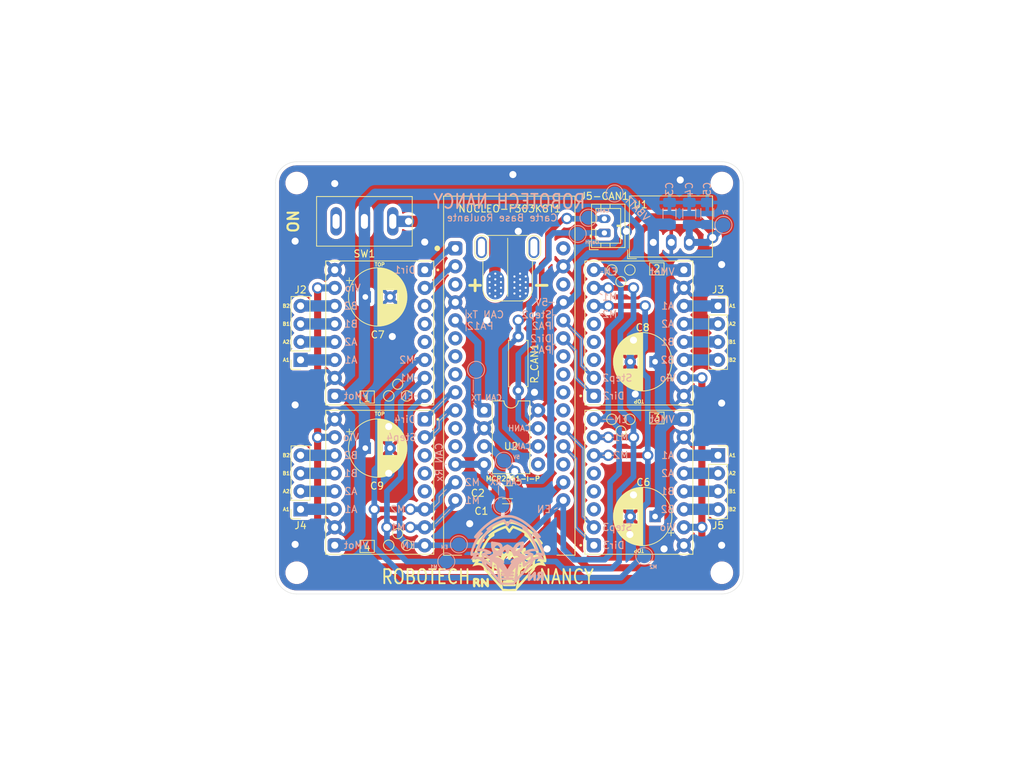
<source format=kicad_pcb>
(kicad_pcb (version 20211014) (generator pcbnew)
  (layers (0 "F.Cu" signal) (31 "B.Cu" signal) (34 "B.Paste" user) (35 "F.Paste" user) (36 "B.SilkS" user "B.Silkscreen") (37 "F.SilkS" user "F.Silkscreen") (38 "B.Mask" user) (39 "F.Mask" user) (44 "Edge.Cuts" user))
  (net 0 "")
  (net 1 "+BATT")
  (net 2 "GND")
  (net 3 "M2")
  (net 4 "M1")
  (net 5 "EN")
  (net 6 "CAN_Rx")
  (net 7 "CAN_Tx")
  (net 8 "+5V")
  (net 9 "Vio")
  (net 10 "Dir2")
  (net 11 "Dir1")
  (net 12 "Dir0")
  (net 13 "Stp3")
  (net 14 "Stp2")
  (net 15 "Stp1")
  (net 16 "Stp0")
  (net 17 "Dir3")
  (net 18 "Net-(J1-Pad1)")
  (net 19 "Net-(Driver1-Pad3)")
  (net 20 "Net-(Driver1-Pad4)")
  (net 21 "Net-(Driver1-Pad5)")
  (net 22 "Net-(Driver1-Pad6)")
  (net 23 "Net-(Driver2-Pad3)")
  (net 24 "Net-(Driver2-Pad4)")
  (net 25 "Net-(Driver2-Pad5)")
  (net 26 "Net-(Driver2-Pad6)")
  (net 27 "Net-(Driver3-Pad3)")
  (net 28 "Net-(Driver3-Pad5)")
  (net 29 "Net-(Driver4-Pad3)")
  (net 30 "Net-(Driver4-Pad4)")
  (net 31 "Net-(Driver4-Pad5)")
  (net 32 "Net-(Driver4-Pad6)")
  (net 54 "Net-(Driver3-Pad4)")
  (net 55 "Net-(Driver3-Pad6)")
  (net 62 "Net-(J5-CAN1-Pad1)")
  (net 63 "Net-(J5-CAN1-Pad2)")
  (footprint "NUCLEO-F303K8:MODULE_NUCLEO-F303K8" (layer "F.Cu") (at 111.2515 93.726)
    (fp_text reference "NUCLEO-F303K8T1")
    (fp_text value "NUCLEO-F303K8")
  )
  (footprint "Connector_PinSocket_2.54mm:PinSocket_1x04_P2.54mm_Vertical" (layer "F.Cu") (at 81.788 91.694 180)
    (fp_text reference "J2")
    (fp_text value "Conn_01x04_Female")
  )
  (footprint "Connector_PinSocket_2.54mm:PinSocket_1x04_P2.54mm_Vertical" (layer "F.Cu") (at 140.716 84.074)
    (fp_text reference "J3")
    (fp_text value "Conn_01x04_Female")
  )
  (footprint "Connector_PinSocket_2.54mm:PinSocket_1x04_P2.54mm_Vertical" (layer "F.Cu") (at 140.716 105.156)
    (fp_text reference "J5")
    (fp_text value "Conn_01x04_Female")
  )
  (footprint "Connector_PinSocket_2.54mm:PinSocket_1x04_P2.54mm_Vertical" (layer "F.Cu") (at 81.788 112.776 180)
    (fp_text reference "J4")
    (fp_text value "Conn_01x04_Female")
  )
  (footprint "Autre:MODULE_TMC2208_SILENTSTEPSTICK" (layer "F.Cu") (at 92.964 87.884)
    (fp_text reference "Driver1" hide)
    (fp_text value "TMC2208")
  )
  (footprint "Autre:MODULE_TMC2208_SILENTSTEPSTICK" (layer "F.Cu") (at 129.54 87.884 180)
    (fp_text reference "Driver2" hide)
    (fp_text value "TMC2208")
  )
  (footprint "Autre:MODULE_TMC2208_SILENTSTEPSTICK" (layer "F.Cu") (at 129.54 108.966 180)
    (fp_text reference "Driver4" hide)
    (fp_text value "TMC2208")
  )
  (footprint "Autre:MODULE_TMC2208_SILENTSTEPSTICK" (layer "F.Cu") (at 92.964 108.966)
    (fp_text reference "Driver3" hide)
    (fp_text value "TMC2208")
  )
  (footprint "Converter_DCDC:Converter_DCDC_RECOM_R-78E-0.5_THT" (layer "F.Cu") (at 131.5715 75.1055)
    (fp_text reference "U1")
    (fp_text value "R-78E5.0-0.5")
  )
  (footprint "Connecteurs:Switch_3_Pin" (layer "F.Cu") (at 90.8045 72.136 180)
    (fp_text reference "SW1")
    (fp_text value "SW_Push_SPDT")
  )
  (footprint "Connecteurs:Alim_Cablée_2_fils" (layer "F.Cu") (at 111.0255 81.115301)
    (fp_text reference "J1" hide)
    (fp_text value "Conn_01x04_Male")
  )
  (footprint "MountingHole:MountingHole_2.2mm_M2_ISO7380" (layer "F.Cu") (at 81.2515 66.726)
    (fp_text reference "H2" hide)
    (fp_text value "MountingHole")
  )
  (footprint "MountingHole:MountingHole_2.2mm_M2_ISO7380" (layer "F.Cu") (at 141.2515 66.726)
    (fp_text reference "H1" hide)
    (fp_text value "MountingHole")
  )
  (footprint "MountingHole:MountingHole_2.2mm_M2_ISO7380" (layer "F.Cu") (at 141.2515 121.726)
    (fp_text reference "H4" hide)
    (fp_text value "MountingHole")
  )
  (footprint "MountingHole:MountingHole_2.2mm_M2_ISO7380" (layer "F.Cu") (at 81.2515 121.726)
    (fp_text reference "H3" hide)
    (fp_text value "MountingHole")
  )
  (footprint "Logos:logoRobotechNancy10x10" (layer "F.Cu") (at 111.2515 119.253)
    (fp_text reference "G***" hide)
    (fp_text value "LOGO" hide)
  )
  (footprint "Resistor_THT:R_Axial_DIN0207_L6.3mm_D2.5mm_P7.62mm_Horizontal" (layer "F.Cu") (at 112.5215 96.012 90)
    (fp_text reference "R_CAN1")
    (fp_text value "R")
  )
  (footprint "Capacitor_THT:CP_Radial_D8.0mm_P3.50mm" (layer "F.Cu") (at 131.8255 91.948 180)
    (fp_text reference "C8")
    (fp_text value "220 à 1000 µF")
  )
  (footprint "Capacitor_THT:CP_Radial_D8.0mm_P3.50mm" (layer "F.Cu") (at 131.8255 113.792 180)
    (fp_text reference "C6")
    (fp_text value "220 à 1000 µF")
  )
  (footprint "Capacitor_THT:CP_Radial_D8.0mm_P3.50mm" (layer "F.Cu") (at 90.9315 104.14)
    (fp_text reference "C9")
    (fp_text value "220 à 1000 µF")
  )
  (footprint "Capacitor_SMD:C_1206_3216Metric_Pad1.33x1.80mm_HandSolder" (layer "F.Cu") (at 110.9975 110.363 180)
    (fp_text reference "C2")
    (fp_text value "100pF")
  )
  (footprint "Connector_JST:JST_PH_B2B-PH-K_1x02_P2.00mm_Vertical" (layer "F.Cu") (at 124.6715 73.771 90)
    (fp_text reference "J5-CAN1")
    (fp_text value "Conn_01x02_Female")
  )
  (footprint "Capacitor_THT:CP_Radial_D8.0mm_P3.50mm" (layer "F.Cu") (at 90.9315 82.804)
    (fp_text reference "C7")
    (fp_text value "220 à 1000 µF")
  )
  (footprint "Package_DIP:DIP-8_W7.62mm" (layer "F.Cu") (at 107.6955 98.806)
    (fp_text reference "U2")
    (fp_text value "MCP2551-I-P")
  )
  (footprint "Capacitor_SMD:C_1206_3216Metric_Pad1.33x1.80mm_HandSolder" (layer "F.Cu") (at 110.9975 112.903 180)
    (fp_text reference "C1")
    (fp_text value "100nF")
  )
  (footprint "Logos:logoRobotechNancy10x10" (layer "B.Cu") (at 110.9975 118.364 180)
    (fp_text reference "G***" hide)
    (fp_text value "LOGO" hide)
  )
  (footprint "TestPoint:TestPoint_Pad_D2.0mm" (layer "B.Cu") (at 106.5525 93.091 180)
    (fp_text reference "TP5" hide)
    (fp_text value "TestPoint")
  )
  (footprint "TestPoint:TestPoint_Pad_D2.0mm" (layer "B.Cu") (at 104.1395 117.729 180)
    (fp_text reference "TP9" hide)
    (fp_text value "TestPoint")
  )
  (footprint "TestPoint:TestPoint_Pad_D2.0mm" (layer "B.Cu") (at 130.3015 119.38 180)
    (fp_text reference "TP7" hide)
    (fp_text value "TestPoint")
  )
  (footprint "Capacitor_SMD:C_1206_3216Metric_Pad1.33x1.80mm_HandSolder" (layer "B.Cu") (at 136.6515 71.0315 90)
    (fp_text reference "C4")
    (fp_text value "10u")
  )
  (footprint "TestPoint:TestPoint_Pad_D2.0mm" (layer "B.Cu") (at 102.3615 120.142 180)
    (fp_text reference "TP8" hide)
    (fp_text value "TestPoint")
  )
  (footprint "Capacitor_SMD:C_1206_3216Metric_Pad1.33x1.80mm_HandSolder" (layer "B.Cu") (at 139.1915 71.0315 90)
    (fp_text reference "C5")
    (fp_text value "100n")
  )
  (footprint "TestPoint:TestPoint_Pad_D2.0mm" (layer "B.Cu") (at 110.4895 105.918 180)
    (fp_text reference "REF**" hide)
    (fp_text value "TestPoint_Pad_D2.0mm")
  )
  (footprint "TestPoint:TestPoint_Pad_D2.0mm" (layer "B.Cu") (at 126.1105 68.199 180)
    (fp_text reference "TP2" hide)
    (fp_text value "TestPoint")
  )
  (footprint "TestPoint:TestPoint_Pad_D2.0mm" (layer "B.Cu") (at 141.4775 72.644 180)
    (fp_text reference "TP1" hide)
    (fp_text value "TestPoint")
  )
  (footprint "TestPoint:TestPoint_Pad_D2.0mm" (layer "B.Cu") (at 120.9035 73.914 -90)
    (fp_text reference "TP3" hide)
    (fp_text value "TestPoint")
  )
  (footprint "TestPoint:TestPoint_Pad_D2.0mm" (layer "B.Cu") (at 110.2355 112.268 180)
    (fp_text reference "TP6" hide)
    (fp_text value "TestPoint")
  )
  (footprint "TestPoint:TestPoint_Pad_D2.0mm" (layer "B.Cu") (at 122.4275 71.628 -90)
    (fp_text reference "TP4" hide)
    (fp_text value "TestPoint")
  )
  (footprint "Capacitor_SMD:C_1206_3216Metric_Pad1.33x1.80mm_HandSolder" (layer "B.Cu") (at 133.8575 71.0315 90)
    (fp_text reference "C3")
    (fp_text value "10u")
  )
  (gr_line (start 98.18456 94.232537) (end 97.8403 94.234) (layer "B.SilkS") (width 0.12))
  (gr_line (start 98.170212 96.7721) (end 97.7895 96.774) (layer "B.SilkS") (width 0.12))
  (gr_line (start 121.6655 104.14) (end 121.6655 113.792) (layer "B.SilkS") (width 0.12))
  (gr_line (start 121.4115 88.646) (end 119.8875 87.122) (layer "B.SilkS") (width 0.12))
  (gr_line (start 119.8875 89.662) (end 120.6495 90.424) (layer "B.SilkS") (width 0.12))
  (gr_line (start 106.1715 97.663) (end 106.5525 98.044) (layer "B.SilkS") (width 0.12))
  (gr_line (start 105.1555 84.6074) (end 105.1555 87.6046) (layer "B.SilkS") (width 0.12))
  (gr_line (start 121.6655 113.792) (end 122.1735 114.3) (layer "B.SilkS") (width 0.12))
  (gr_line (start 102.3615 109.982) (end 101.3455 110.998) (layer "B.SilkS") (width 0.12))
  (gr_line (start 109.7275 110.744) (end 109.7275 109.474) (layer "B.SilkS") (width 0.12))
  (gr_line (start 109.2195 108.204) (end 108.2035 107.442) (layer "B.SilkS") (width 0.12))
  (gr_line (start 117.3475 88.0364) (end 117.3475 90.932) (layer "B.SilkS") (width 0.12))
  (gr_line (start 102.1075 106.426) (end 102.3615 106.426) (layer "B.SilkS") (width 0.12))
  (gr_line (start 102.8695 112.776) (end 100.8375 114.808) (layer "B.SilkS") (width 0.12))
  (gr_line (start 119.8875 102.362) (end 121.6655 104.14) (layer "B.SilkS") (width 0.12))
  (gr_line (start 125.9835 105.156) (end 124.4595 105.156) (layer "B.SilkS") (width 0.12))
  (gr_line (start 120.6495 115.316) (end 120.6495 105.664) (layer "B.SilkS") (width 0.12))
  (gr_line (start 122.1735 93.218) (end 121.4115 92.456) (layer "B.SilkS") (width 0.12))
  (gr_line (start 101.3455 100.33) (end 101.3455 101.346) (layer "B.SilkS") (width 0.12))
  (gr_line (start 116.8395 83.566) (end 117.6015 83.566) (layer "B.SilkS") (width 0.12))
  (gr_line (start 124.4595 79.248) (end 124.2309 79.248) (layer "B.SilkS") (width 0.12))
  (gr_line (start 120.6495 90.424) (end 120.6495 94.234) (layer "B.SilkS") (width 0.12))
  (gr_line (start 106.1715 94.488) (end 106.1715 96.266) (layer "B.SilkS") (width 0.12))
  (gr_line (start 120.6495 105.664) (end 119.8875 104.902) (layer "B.SilkS") (width 0.12))
  (gr_line (start 101.3455 111.76) (end 100.5835 112.522) (layer "B.SilkS") (width 0.12))
  (gr_line (start 121.4115 92.456) (end 121.4115 88.646) (layer "B.SilkS") (width 0.12))
  (gr_line (start 98.0435 91.694) (end 97.7895 91.694) (layer "B.SilkS") (width 0.12))
  (gr_line (start 117.3475 87.2744) (end 117.3475 84.5312) (layer "B.SilkS") (width 0.12))
  (gr_line (start 101.3455 110.998) (end 101.3455 111.76) (layer "B.SilkS") (width 0.12))
  (gr_line (start 117.3475 85.344) (end 117.8555 85.344) (layer "B.SilkS") (width 0.12))
  (gr_line (start 102.6155 79.502) (end 100.5835 81.534) (layer "B.SilkS") (width 0.12))
  (gr_line (start 125.9835 102.616) (end 124.4595 102.616) (layer "B.SilkS") (width 0.12))
  (gr_line (start 102.3615 99.314) (end 101.3455 100.33) (layer "B.SilkS") (width 0.12))
  (gr_line (start 102.3615 76.962) (end 100.5835 78.74) (layer "B.SilkS") (width 0.12))
  (gr_line (start 124.4595 85.344) (end 123.9515 85.09) (layer "B.SilkS") (width 0.12))
  (gr_line (start 125.9835 100.076) (end 124.4595 100.076) (layer "B.SilkS") (width 0.12))
  (gr_line (start 121.9195 116.586) (end 120.6495 115.316) (layer "B.SilkS") (width 0.12))
  (gr_line (start 124.3579 82.4992) (end 124.0023 82.296) (layer "B.SilkS") (width 0.12))
  (gr_line (start 100.3295 99.06) (end 102.3615 97.028) (layer "B.SilkS") (width 0.12))
  (gr_line (start 101.3455 101.346) (end 100.5835 102.108) (layer "B.SilkS") (width 0.12))
  (gr_line (start 120.6495 94.234) (end 122.1735 95.758) (layer "B.SilkS") (width 0.12))
  (gr_line (start 117.3475 89.4842) (end 117.8047 89.4842) (layer "B.SilkS") (width 0.12))
  (gr_line (start 118.0079 112.5728) (end 117.6015 112.776) (layer "B.SilkS") (width 0.12))
  (gr_line (start 133.0955 100.711) (end 133.0955 99.06) (layer "F.SilkS") (width 0.12))
  (gr_line (start 131.0635 99.06) (end 133.0955 99.06) (layer "F.SilkS") (width 0.12))
  (gr_line (start 90.1695 96.0755) (end 90.1695 97.79) (layer "F.SilkS") (width 0.12))
  (gr_line (start 90.1695 117.1575) (end 92.2015 117.1575) (layer "F.SilkS") (width 0.12))
  (gr_line (start 92.2015 97.79) (end 92.2015 96.0755) (layer "F.SilkS") (width 0.12))
  (gr_line (start 131.0635 100.711) (end 133.0955 100.711) (layer "F.SilkS") (width 0.12))
  (gr_line (start 90.1695 117.1575) (end 90.1695 118.872) (layer "F.SilkS") (width 0.12))
  (gr_line (start 90.1695 96.0755) (end 92.2015 96.0755) (layer "F.SilkS") (width 0.12))
  (gr_line (start 131.0635 77.978) (end 131.0635 79.6925) (layer "F.SilkS") (width 0.12))
  (gr_line (start 92.2015 118.872) (end 90.1695 118.872) (layer "F.SilkS") (width 0.12))
  (gr_line (start 131.0635 99.06) (end 131.0635 100.711) (layer "F.SilkS") (width 0.12))
  (gr_line (start 133.0955 79.6925) (end 133.0955 77.978) (layer "F.SilkS") (width 0.12))
  (gr_line (start 131.0635 77.978) (end 133.0955 77.978) (layer "F.SilkS") (width 0.12))
  (gr_line (start 131.0635 79.6925) (end 133.0955 79.6925) (layer "F.SilkS") (width 0.12))
  (gr_line (start 92.2015 118.872) (end 92.2015 117.1575) (layer "F.SilkS") (width 0.12))
  (gr_line (start 92.2015 97.79) (end 90.1695 97.79) (layer "F.SilkS") (width 0.12))
  (gr_line (start 78.2515 121.726) (end 78.2515 66.726) (layer "Edge.Cuts") (width 0.05))
  (gr_line (start 81.2515 124.726) (end 141.2515 124.726) (layer "Edge.Cuts") (width 0.05))
  (gr_line (start 144.2515 121.726) (end 144.2515 66.726) (layer "Edge.Cuts") (width 0.05))
  (gr_line (start 141.2515 63.726) (end 81.2515 63.726) (layer "Edge.Cuts") (width 0.05))
  (gr_arc (start 81.2515 124.726) (mid 79.13018 123.84732) (end 78.2515 121.726) (layer "Edge.Cuts") (width 0.05))
  (gr_arc (start 141.2515 63.726) (mid 143.37282 64.60468) (end 144.2515 66.726) (layer "Edge.Cuts") (width 0.05))
  (gr_arc (start 78.2515 66.726) (mid 79.13018 64.60468) (end 81.2515 63.726) (layer "Edge.Cuts") (width 0.05))
  (gr_arc (start 144.2515 121.726) (mid 143.37282 123.84732) (end 141.2515 124.726) (layer "Edge.Cuts") (width 0.05))
  (gr_text "B1" (at 133.6035 110.236) (layer "B.SilkS") (effects (font (size 1 1)) (justify mirror)))
  (gr_text "A1\n" (at 133.6035 105.156) (layer "B.SilkS") (effects (font (size 1 1)) (justify mirror)))
  (gr_text "A2" (at 133.6035 107.696) (layer "B.SilkS") (effects (font (size 1 1)) (justify mirror)))
  (gr_text "B2" (at 133.6035 112.776) (layer "B.SilkS") (effects (font (size 1 1)) (justify mirror)))
  (gr_text "A2" (at 88.8995 110.236) (layer "B.SilkS") (effects (font (size 1 1)) (justify mirror)))
  (gr_text "B2" (at 88.8995 105.156) (layer "B.SilkS") (effects (font (size 1 1)) (justify mirror)))
  (gr_text "B1" (at 88.8995 107.696) (layer "B.SilkS") (effects (font (size 1 1)) (justify mirror)))
  (gr_text "A1\n" (at 88.8995 112.776) (layer "B.SilkS") (effects (font (size 1 1)) (justify mirror)))
  (gr_text "A2" (at 88.8995 89.154) (layer "B.SilkS") (effects (font (size 1 1)) (justify mirror)))
  (gr_text "A1\n" (at 88.8995 91.694) (layer "B.SilkS") (effects (font (size 1 1)) (justify mirror)))
  (gr_text "B1" (at 88.8995 86.614) (layer "B.SilkS") (effects (font (size 1 1)) (justify mirror)))
  (gr_text "B2" (at 88.8995 84.074) (layer "B.SilkS") (effects (font (size 1 1)) (justify mirror)))
  (gr_text "M2" (at 95.5035 112.776) (layer "B.SilkS") (effects (font (size 1 1)) (justify mirror)))
  (gr_text "M1" (at 95.5035 115.316) (layer "B.SilkS") (effects (font (size 1 1)) (justify mirror)))
  (gr_text "EN" (at 97.0275 117.856) (layer "B.SilkS") (effects (font (size 1 1)) (justify mirror)))
  (gr_text "Vio" (at 89.1535 81.534) (layer "B.SilkS") (effects (font (size 1 1)) (justify mirror)))
  (gr_text "Vio" (at 133.6035 94.234) (layer "B.SilkS") (effects (font (size 1 1)) (justify mirror)))
  (gr_text "Vio" (at 133.6035 115.316) (layer "B.SilkS") (effects (font (size 1 1)) (justify mirror)))
  (gr_text "M2" (at 126.9995 105.156) (layer "B.SilkS") (effects (font (size 1 1)) (justify mirror)))
  (gr_text "M1" (at 126.9995 102.616) (layer "B.SilkS") (effects (font (size 1 1)) (justify mirror)))
  (gr_text "EN" (at 126.9995 100.076) (layer "B.SilkS") (effects (font (size 1 1)) (justify mirror)))
  (gr_text "M1" (at 125.4247 82.804) (layer "B.SilkS") (effects (font (size 1 1)) (justify mirror)))
  (gr_text "EN" (at 125.5263 79.248) (layer "B.SilkS") (effects (font (size 1 1)) (justify mirror)))
  (gr_text "M2" (at 125.4247 85.2424) (layer "B.SilkS") (effects (font (size 1 1)) (justify mirror)))
  (gr_text "VMot" (at 132.8415 100.076) (layer "B.SilkS") (effects (font (size 1 1)) (justify mirror)))
  (gr_text "VMot" (at 89.6615 117.856) (layer "B.SilkS") (effects (font (size 1 1)) (justify mirror)))
  (gr_text "VMot" (at 89.6615 96.774) (layer "B.SilkS") (effects (font (size 1 1)) (justify mirror)))
  (gr_text "Dir4" (at 96.5195 100.076) (layer "B.SilkS") (effects (font (size 1 1)) (justify mirror)))
  (gr_text "EN" (at 102.1075 118.11) (layer "B.SilkS") (effects (font (size 0.5 0.5) (thickness 0.125)) (justify mirror)))
  (gr_text "Step3" (at 126.4915 115.316) (layer "B.SilkS") (effects (font (size 1 1)) (justify mirror)))
  (gr_text "CAN TX" (at 105.7905 97.028) (layer "B.SilkS") (effects (font (size 0.8 0.8)) (justify right mirror)))
  (gr_text "5V" (at 141.7315 70.866) (layer "B.SilkS") (effects (font (size 0.5 0.5) (thickness 0.125)) (justify mirror)))
  (gr_text "M1" (at 100.5835 120.904) (layer "B.SilkS") (effects (font (size 0.5 0.5) (thickness 0.125)) (justify mirror)))
  (gr_text "Dir2\nPA7" (at 117.3475 89.4842) (layer "B.SilkS") (effects (font (size 1 1)) (justify left mirror)))
  (gr_text "B1" (at 133.6035 89.154) (layer "B.SilkS") (effects (font (size 1 1)) (justify mirror)))
  (gr_text "B2" (at 133.6035 91.694) (layer "B.SilkS") (effects (font (size 1 1)) (justify mirror)))
  (gr_text "5V" (at 116.8395 83.566) (layer "B.SilkS") (effects (font (size 1 1)) (justify left mirror)))
  (gr_text "EN" (at 96.7735 96.774) (layer "B.SilkS") (effects (font (size 1 1)) (justify mirror)))
  (gr_text "ROBOTECH NANCY" (at 111.2515 69.342) (layer "B.SilkS") (effects (font (size 2 1.6) (thickness 0.25)) (justify mirror)))
  (gr_text "CanH" (at 122.9355 75.057) (layer "B.SilkS") (effects (font (size 0.5 0.5) (thickness 0.125)) (justify mirror)))
  (gr_text "5V" (at 112.2675 105.41) (layer "B.SilkS") (effects (font (size 0.5 0.5) (thickness 0.125)) (justify mirror)))
  (gr_text "Dir1" (at 96.5195 78.994) (layer "B.SilkS") (effects (font (size 1 1)) (justify mirror)))
  (gr_text "Step4" (at 96.0115 102.616) (layer "B.SilkS") (effects (font (size 1 1)) (justify mirror)))
  (gr_text "M1" (at 104.9015 111.506) (layer "B.SilkS") (effects (font (size 1 1)) (justify right mirror)))
  (gr_text "M2" (at 104.9015 108.966) (layer "B.SilkS") (effects (font (size 1 1)) (justify right mirror)))
  (gr_text "EN" (at 115.0615 112.776) (layer "B.SilkS") (effects (font (size 1 1)) (justify right mirror)))
  (gr_text "Vio" (at 88.8995 102.616) (layer "B.SilkS") (effects (font (size 1 1)) (justify mirror)))
  (gr_text "Step2\n" (at 126.4915 94.234) (layer "B.SilkS") (effects (font (size 1 1)) (justify mirror)))
  (gr_text "A1\n" (at 133.6035 84.074) (layer "B.SilkS") (effects (font (size 1 1)) (justify mirror)))
  (gr_text "M2" (at 131.5715 120.904) (layer "B.SilkS") (effects (font (size 0.5 0.5) (thickness 0.125)) (justify mirror)))
  (gr_text "VMot" (at 132.8415 79.248) (layer "B.SilkS") (effects (font (size 1 1)) (justify mirror)))
  (gr_text "CanL" (at 124.4595 70.612) (layer "B.SilkS") (effects (font (size 0.5 0.5) (thickness 0.125)) (justify mirror)))
  (gr_text "CANH" (at 110.9975 101.346) (layer "B.SilkS") (effects (font (size 0.8 0.8)) (justify right mirror)))
  (gr_text "Dir3" (at 125.9835 117.856) (layer "B.SilkS") (effects (font (size 1 1)) (justify mirror)))
  (gr_text "M2" (at 96.7735 91.694) (layer "B.SilkS") (effects (font (size 1 1)) (justify mirror)))
  (gr_text "Carte Base Roulante" (at 110.2355 71.628) (layer "B.SilkS") (effects (font (size 1 1)) (justify mirror)))
  (gr_text "CAN Tx\nPA12" (at 105.1555 86.106) (layer "B.SilkS") (effects (font (size 1 1)) (justify right mirror)))
  (gr_text "CAN RX" (at 108.4575 108.966) (layer "B.SilkS") (effects (font (size 0.8 0.8)) (justify right mirror)))
  (gr_text "Step2\nPA2" (at 117.3475 86.106) (layer "B.SilkS") (effects (font (size 1 1)) (justify left mirror)))
  (gr_text "Dir2\n" (at 125.9835 96.774) (layer "B.SilkS") (effects (font (size 1 1)) (justify mirror)))
  (gr_text "CANL" (at 111.2515 103.886) (layer "B.SilkS") (effects (font (size 0.8 0.8)) (justify right mirror)))
  (gr_text "M1" (at 96.7735 94.234) (layer "B.SilkS") (effects (font (size 1 1)) (justify mirror)))
  (gr_text "CAN_Rx" (at 101.3455 108.966 90) (layer "B.SilkS") (effects (font (size 1 1)) (justify right mirror)))
  (gr_text "VBATT" (at 129.2855 70.358 -45) (layer "B.SilkS") (effects (font (size 1 1)) (justify mirror)))
  (gr_text "A2" (at 133.6035 86.614) (layer "B.SilkS") (effects (font (size 1 1)) (justify mirror)))
  (gr_text "B1" (at 142.7515 89.154) (layer "F.SilkS") (effects (font (size 0.5 0.5) (thickness 0.125))))
  (gr_text "B2" (at 142.7515 91.694) (layer "F.SilkS") (effects (font (size 0.5 0.5) (thickness 0.125))))
  (gr_text "A1" (at 142.7475 84.074) (layer "F.SilkS") (effects (font (size 0.5 0.5) (thickness 0.125))))
  (gr_text "A2" (at 142.7475 86.614) (layer "F.SilkS") (effects (font (size 0.5 0.5) (thickness 0.125))))
  (gr_text "B2" (at 142.7515 112.776) (layer "F.SilkS") (effects (font (size 0.5 0.5) (thickness 0.125))))
  (gr_text "A1" (at 142.7475 105.156) (layer "F.SilkS") (effects (font (size 0.5 0.5) (thickness 0.125))))
  (gr_text "B1" (at 142.7515 110.236) (layer "F.SilkS") (effects (font (size 0.5 0.5) (thickness 0.125))))
  (gr_text "A2" (at 142.7475 107.696) (layer "F.SilkS") (effects (font (size 0.5 0.5) (thickness 0.125))))
  (gr_text "A2" (at 79.7555 110.236) (layer "F.SilkS") (effects (font (size 0.5 0.5) (thickness 0.125))))
  (gr_text "A1" (at 79.7555 112.776) (layer "F.SilkS") (effects (font (size 0.5 0.5) (thickness 0.125))))
  (gr_text "B1" (at 79.7555 107.696) (layer "F.SilkS") (effects (font (size 0.5 0.5) (thickness 0.125))))
  (gr_text "B2" (at 79.7555 105.156) (layer "F.SilkS") (effects (font (size 0.5 0.5) (thickness 0.125))))
  (gr_text "A1" (at 79.7555 91.694) (layer "F.SilkS") (effects (font (size 0.5 0.5) (thickness 0.125))))
  (gr_text "B1" (at 79.7555 86.614) (layer "F.SilkS") (effects (font (size 0.5 0.5) (thickness 0.125))))
  (gr_text "A2" (at 79.7555 89.154) (layer "F.SilkS") (effects (font (size 0.5 0.5) (thickness 0.125))))
  (gr_text "B2" (at 79.7555 84.074) (layer "F.SilkS") (effects (font (size 0.5 0.5) (thickness 0.125))))
  (gr_text "2" (at 132.0795 78.8035) (layer "F.SilkS") (effects (font (size 1 1))))
  (gr_text "+" (at 106.4255 81.026) (layer "F.SilkS") (effects (font (size 2 2) (thickness 0.4))))
  (gr_text "-" (at 115.8235 81.026) (layer "F.SilkS") (effects (font (size 2 2) (thickness 0.4))))
  (gr_text "3" (at 132.0795 99.822) (layer "F.SilkS") (effects (font (size 1 1))))
  (gr_text "4" (at 91.1855 118.1735) (layer "F.SilkS") (effects (font (size 1 1))))
  (gr_text "1" (at 91.1855 97.0915) (layer "F.SilkS") (effects (font (size 1 1))))
  (gr_text "ON" (at 80.7715 72.136 90) (layer "F.SilkS") (effects (font (size 1.5 1.5) (thickness 0.3))))
  (gr_text "ROBOTECH        NANCY" (at 108.2035 122.301) (layer "F.SilkS") (effects (font (size 2 1.6) (thickness 0.25))))
  (segment (start 132.5875 79.756) (end 132.5875 91.186) (width 1.6) (layer "B.Cu") (net 1))
  (segment (start 132.5875 113.03) (end 131.8255 113.792) (width 1.6) (layer "B.Cu") (net 1))
  (segment (start 133.3495 78.994) (end 132.5875 79.756) (width 1.6) (layer "B.Cu") (net 1))
  (segment (start 90.8045 94.488) (end 88.5185 96.774) (width 1.6) (layer "B.Cu") (net 1))
  (segment (start 133.9845 100.076) (end 132.5875 101.473) (width 1.6) (layer "B.Cu") (net 1))
  (segment (start 131.5715 72.517) (end 131.5715 75.438) (width 1.6) (layer "B.Cu") (net 1))
  (segment (start 90.8045 72.136) (end 90.8045 69.85) (width 1.6) (layer "B.Cu") (net 1))
  (segment (start 88.6455 96.774) (end 90.8045 98.933) (width 1.6) (layer "B.Cu") (net 1))
  (segment (start 131.8255 91.948) (end 132.5875 92.71) (width 1.6) (layer "B.Cu") (net 1))
  (segment (start 131.5715 72.517) (end 133.7805 72.517) (width 1.6) (layer "B.Cu") (net 1))
  (segment (start 90.8045 98.933) (end 90.8045 104.013) (width 1.6) (layer "B.Cu") (net 1))
  (segment (start 132.5875 101.473) (end 132.5875 113.03) (width 1.6) (layer "B.Cu") (net 1))
  (segment (start 90.8045 72.136) (end 90.8045 94.488) (width 1.6) (layer "B.Cu") (net 1))
  (segment (start 133.7805 72.517) (end 133.8575 72.594) (width 1.6) (layer "B.Cu") (net 1))
  (segment (start 90.8045 104.013) (end 90.9315 104.14) (width 1.6) (layer "B.Cu") (net 1))
  (segment (start 134.3655 100.076) (end 135.89 100.076) (width 1.6) (layer "B.Cu") (net 1))
  (segment (start 90.1695 104.902) (end 90.1695 116.332) (width 1.6) (layer "B.Cu") (net 1))
  (segment (start 135.89 100.076) (end 133.9845 100.076) (width 1.6) (layer "B.Cu") (net 1))
  (segment (start 127.3805 68.326) (end 131.5715 72.517) (width 1.6) (layer "B.Cu") (net 1))
  (segment (start 135.89 78.994) (end 133.3495 78.994) (width 1.6) (layer "B.Cu") (net 1))
  (segment (start 131.5715 77.216) (end 133.4765 79.121) (width 1.6) (layer "B.Cu") (net 1))
  (segment (start 92.3285 68.326) (end 127.3805 68.326) (width 1.6) (layer "B.Cu") (net 1))
  (segment (start 132.5875 98.298) (end 134.3655 100.076) (width 1.6) (layer "B.Cu") (net 1))
  (segment (start 88.5185 96.774) (end 86.614 96.774) (width 1.6) (layer "B.Cu") (net 1))
  (segment (start 90.8045 69.85) (end 92.3285 68.326) (width 1.6) (layer "B.Cu") (net 1))
  (segment (start 132.5875 92.71) (end 132.5875 98.298) (width 1.6) (layer "B.Cu") (net 1))
  (segment (start 90.9315 104.14) (end 90.1695 104.902) (width 1.6) (layer "B.Cu") (net 1))
  (segment (start 131.5715 75.438) (end 131.5715 77.216) (width 1.6) (layer "B.Cu") (net 1))
  (segment (start 132.5875 91.186) (end 131.8255 91.948) (width 1.6) (layer "B.Cu") (net 1))
  (segment (start 90.1695 116.332) (end 88.6455 117.856) (width 1.6) (layer "B.Cu") (net 1))
  (segment (start 88.6455 117.856) (end 86.614 117.856) (width 1.6) (layer "B.Cu") (net 1))
  (via (at 111.9755 82.315301) (size 0.4) (drill 0.3) (layers "F.Cu" "B.Cu") (net 2))
  (via (at 113.5755 80.715301) (size 0.4) (drill 0.3) (layers "F.Cu" "B.Cu") (net 2))
  (via (at 113.5755 79.915301) (size 0.4) (drill 0.3) (layers "F.Cu" "B.Cu") (net 2))
  (via (at 111.9755 81.515301) (size 0.4) (drill 0.3) (layers "F.Cu" "B.Cu") (net 2))
  (via (at 112.7755 80.315301) (size 0.4) (drill 0.3) (layers "F.Cu" "B.Cu") (net 2))
  (via (at 111.9755 80.715301) (size 0.4) (drill 0.3) (layers "F.Cu" "B.Cu") (net 2))
  (via (at 112.7755 79.515301) (size 0.4) (drill 0.3) (layers "F.Cu" "B.Cu") (net 2))
  (via (at 111.9755 79.915301) (size 0.4) (drill 0.3) (layers "F.Cu" "B.Cu") (net 2))
  (via (at 113.5755 81.515301) (size 0.4) (drill 0.3) (layers "F.Cu" "B.Cu") (net 2))
  (via (at 112.7755 81.915301) (size 0.4) (drill 0.3) (layers "F.Cu" "B.Cu") (net 2))
  (via (at 113.5755 82.315301) (size 0.4) (drill 0.3) (layers "F.Cu" "B.Cu") (net 2))
  (via (at 112.7755 82.715301) (size 0.4) (drill 0.3) (layers "F.Cu" "B.Cu") (net 2))
  (via (at 86.6135 66.802) (size 1.6) (drill 1) (layers "F.Cu" "B.Cu") (net 2))
  (via (at 108.0765 86.106) (size 1.6) (drill 1) (layers "F.Cu" "B.Cu") (net 2))
  (via (at 129.0315 96.52) (size 1.6) (drill 1) (layers "F.Cu" "B.Cu") (net 2))
  (via (at 81.0255 74.93) (size 1.6) (drill 1) (layers "F.Cu" "B.Cu") (net 2))
  (via (at 128.7775 88.9) (size 1.6) (drill 1) (layers "F.Cu" "B.Cu") (net 2))
  (via (at 141.2235 117.856) (size 1.6) (drill 1) (layers "F.Cu" "B.Cu") (net 2))
  (via (at 112.5215 73.533) (size 1.6) (drill 1) (layers "F.Cu" "B.Cu") (net 2))
  (via (at 114.8075 96.266) (size 1.6) (drill 1) (layers "F.Cu" "B.Cu") (net 2))
  (via (at 128.7775 110.744) (size 1.6) (drill 1) (layers "F.Cu" "B.Cu") (net 2))
  (via (at 135.3815 66.294) (size 1.6) (drill 1) (layers "F.Cu" "B.Cu") (net 2))
  (via (at 81.0255 117.729) (size 1.6) (drill 1) (layers "F.Cu" "B.Cu") (net 2))
  (via (at 112.7755 81.115301) (size 0.4) (drill 0.3) (layers "F.Cu" "B.Cu") (net 2))
  (via (at 99.3135 75.057) (size 1.6) (drill 1) (layers "F.Cu" "B.Cu") (net 2))
  (via (at 105.6635 114.808) (size 1.6) (drill 1) (layers "F.Cu" "B.Cu") (net 2))
  (via (at 133.0955 118.364) (size 1.6) (drill 1) (layers "F.Cu" "B.Cu") (net 2))
  (via (at 141.2235 78.232) (size 1.6) (drill 1) (layers "F.Cu" "B.Cu") (net 2))
  (via (at 94.2335 107.696) (size 1.6) (drill 1) (layers "F.Cu" "B.Cu") (net 2))
  (via (at 94.2335 101.092) (size 1.6) (drill 1) (layers "F.Cu" "B.Cu") (net 2))
  (via (at 128.2695 116.332) (size 1.6) (drill 1) (layers "F.Cu" "B.Cu") (net 2))
  (via (at 94.7415 88.392) (size 1.6) (drill 1) (layers "F.Cu" "B.Cu") (net 2))
  (via (at 111.7595 65.532) (size 1.6) (drill 1) (layers "F.Cu" "B.Cu") (net 2))
  (via (at 81.0255 98.044) (size 1.6) (drill 1) (layers "F.Cu" "B.Cu") (net 2))
  (via (at 116.5855 118.364) (size 1.6) (drill 1) (layers "F.Cu" "B.Cu") (net 2))
  (via (at 141.2235 97.79) (size 1.6) (drill 1) (layers "F.Cu" "B.Cu") (net 2))
  (segment (start 94.2335 101.092) (end 94.2335 103.942) (width 1) (layer "B.Cu") (net 2))
  (segment (start 112.7755 80.315301) (end 112.7755 81.915301) (width 2.5) (layer "B.Cu") (net 2))
  (segment (start 128.7775 88.9) (end 128.3255 89.352) (width 1) (layer "B.Cu") (net 2))
  (segment (start 128.3255 89.352) (end 128.3255 91.948) (width 1) (layer "B.Cu") (net 2))
  (segment (start 129.0315 96.52) (end 128.3255 95.814) (width 1) (layer "B.Cu") (net 2))
  (segment (start 128.2695 113.848) (end 128.3255 113.792) (width 1) (layer "B.Cu") (net 2))
  (segment (start 94.2335 103.942) (end 94.4315 104.14) (width 1) (layer "B.Cu") (net 2))
  (segment (start 128.2695 111.252) (end 128.2695 113.736) (width 1) (layer "B.Cu") (net 2))
  (segment (start 128.2695 116.332) (end 128.2695 113.848) (width 1) (layer "B.Cu") (net 2))
  (segment (start 94.2335 107.696) (end 94.2335 104.338) (width 1) (layer "B.Cu") (net 2))
  (segment (start 128.7775 110.744) (end 128.2695 111.252) (width 1) (layer "B.Cu") (net 2))
  (segment (start 128.3255 95.814) (end 128.3255 91.948) (width 1) (layer "B.Cu") (net 2))
  (segment (start 128.2695 113.736) (end 128.3255 113.792) (width 1) (layer "B.Cu") (net 2))
  (segment (start 94.2335 104.338) (end 94.4315 104.14) (width 1) (layer "B.Cu") (net 2))
  (segment (start 130.788 105.156) (end 125.2215 105.156) (width 0.8) (layer "F.Cu") (net 3))
  (segment (start 125.2215 84.074) (end 130.4285 84.074) (width 0.8) (layer "F.Cu") (net 3))
  (segment (start 97.2815 112.776) (end 92.2015 112.776) (width 0.8) (layer "F.Cu") (net 3))
  (via (at 92.2015 112.776) (size 1.6) (drill 1) (layers "F.Cu" "B.Cu") (net 3))
  (via (at 130.788 105.156) (size 1.6) (drill 1) (layers "F.Cu" "B.Cu") (net 3))
  (via (at 125.2215 105.156) (size 1.6) (drill 1) (layers "F.Cu" "B.Cu") (net 3))
  (via (at 125.2215 84.074) (size 1.6) (drill 1) (layers "F.Cu" "B.Cu") (net 3))
  (via (at 97.2815 112.776) (size 1.6) (drill 1) (layers "F.Cu" "B.Cu") (net 3))
  (via (at 130.4285 84.074) (size 1.6) (drill 1) (layers "F.Cu" "B.Cu") (net 3))
  (segment (start 130.0475 119.38) (end 126.9995 122.428) (width 0.8) (layer "B.Cu") (net 3))
  (segment (start 100.20275 112.776) (end 99.314 112.776) (width 1) (layer "B.Cu") (net 3))
  (segment (start 96.5195 122.428) (end 92.2015 118.11) (width 0.8) (layer "B.Cu") (net 3))
  (segment (start 99.314 91.694) (end 98.2975 91.694) (width 0.8) (layer "B.Cu") (net 3))
  (segment (start 130.0475 93.472) (end 130.788 94.2125) (width 0.8) (layer "B.Cu") (net 3))
  (segment (start 101.3455 110.998) (end 101.3455 111.63325) (width 1) (layer "B.Cu") (net 3))
  (segment (start 92.7095 106.68) (end 92.2015 107.188) (width 0.8) (layer "B.Cu") (net 3))
  (segment (start 130.0475 112.570978) (end 130.0475 119.38) (width 0.8) (layer "B.Cu") (net 3))
  (segment (start 130.8095 105.1775) (end 130.8095 111.808978) (width 0.8) (layer "B.Cu") (net 3))
  (segment (start 123.19 105.156) (end 125.2215 105.156) (width 0.8) (layer "B.Cu") (net 3))
  (segment (start 99.314 112.776) (end 97.2815 112.776) (width 0.8) (layer "B.Cu") (net 3))
  (segment (start 130.8095 111.808978) (end 130.0475 112.570978) (width 0.8) (layer "B.Cu") (net 3))
  (segment (start 130.4285 90.043) (end 130.0475 90.424) (width 0.8) (layer "B.Cu") (net 3))
  (segment (start 92.2015 118.11) (end 92.2015 112.776) (width 0.8) (layer "B.Cu") (net 3))
  (segment (start 130.788 105.156) (end 130.8095 105.1775) (width 0.8) (layer "B.Cu") (net 3))
  (segment (start 98.2975 91.694) (end 92.7095 97.282) (width 0.8) (layer "B.Cu") (net 3))
  (segment (start 92.2015 107.188) (end 92.2015 112.776) (width 0.8) (layer "B.Cu") (net 3))
  (segment (start 130.788 94.2125) (end 130.788 105.156) (width 0.8) (layer "B.Cu") (net 3))
  (segment (start 126.9995 122.428) (end 96.5195 122.428) (width 0.8) (layer "B.Cu") (net 3))
  (segment (start 103.6315 108.966) (end 103.3775 108.966) (width 1) (layer "B.Cu") (net 3))
  (segment (start 123.19 84.074) (end 125.2215 84.074) (width 0.8) (layer "B.Cu") (net 3))
  (segment (start 101.3455 111.63325) (end 100.20275 112.776) (width 1) (layer "B.Cu") (net 3))
  (segment (start 130.4285 84.074) (end 130.4285 90.043) (width 0.8) (layer "B.Cu") (net 3))
  (segment (start 130.0475 90.424) (end 130.0475 93.472) (width 0.8) (layer "B.Cu") (net 3))
  (segment (start 103.3775 108.966) (end 101.3455 110.998) (width 1) (layer "B.Cu") (net 3))
  (segment (start 92.7095 97.282) (end 92.7095 106.68) (width 0.8) (layer "B.Cu") (net 3))
  (segment (start 128.7775 81.534) (end 125.2215 81.534) (width 0.8) (layer "F.Cu") (net 4))
  (segment (start 128.7775 102.616) (end 125.2215 102.616) (width 0.8) (layer "F.Cu") (net 4))
  (segment (start 93.9795 115.316) (end 97.2815 115.316) (width 0.8) (layer "F.Cu") (net 4))
  (via (at 93.9795 115.316) (size 1.6) (drill 1) (layers "F.Cu" "B.Cu") (net 4))
  (via (at 97.2815 115.316) (size 1.6) (drill 1) (layers "F.Cu" "B.Cu") (net 4))
  (via (at 128.7775 81.534) (size 1.6) (drill 1) (layers "F.Cu" "B.Cu") (net 4))
  (via (at 125.2215 102.616) (size 1.6) (drill 1) (layers "F.Cu" "B.Cu") (net 4))
  (via (at 128.7775 102.616) (size 1.6) (drill 1) (layers "F.Cu" "B.Cu") (net 4))
  (via (at 125.2215 81.534) (size 1.6) (drill 1) (layers "F.Cu" "B.Cu") (net 4))
  (segment (start 93.9795 115.316) (end 93.9795 117.348) (width 0.8) (layer "B.Cu") (net 4))
  (segment (start 126.7455 110.236) (end 128.7775 108.204) (width 0.8) (layer "B.Cu") (net 4))
  (segment (start 93.9795 117.348) (end 96.7735 120.142) (width 0.8) (layer "B.Cu") (net 4))
  (segment (start 99.314 115.316) (end 97.2815 115.316) (width 0.8) (layer "B.Cu") (net 4))
  (segment (start 128.7775 85.852) (end 128.7775 81.534) (width 0.8) (layer "B.Cu") (net 4))
  (segment (start 96.7735 120.142) (end 117.8555 120.142) (width 0.8) (layer "B.Cu") (net 4))
  (segment (start 117.8555 120.142) (end 118.8715 121.158) (width 0.8) (layer "B.Cu") (net 4))
  (segment (start 100.3295 115.316) (end 99.314 115.316) (width 0.8) (layer "B.Cu") (net 4))
  (segment (start 128.7775 108.204) (end 128.7775 102.616) (width 0.8) (layer "B.Cu") (net 4))
  (segment (start 103.6315 112.014) (end 100.3295 115.316) (width 0.8) (layer "B.Cu") (net 4))
  (segment (start 95.931011 108.284489) (end 93.9795 110.236) (width 0.8) (layer "B.Cu") (net 4))
  (segment (start 126.7455 120.142) (end 126.7455 110.236) (width 0.8) (layer "B.Cu") (net 4))
  (segment (start 128.7775 100.584) (end 126.925989 98.732489) (width 0.8) (layer "B.Cu") (net 4))
  (segment (start 123.19 81.534) (end 125.2215 81.534) (width 0.8) (layer "B.Cu") (net 4))
  (segment (start 118.8715 121.158) (end 125.7295 121.158) (width 0.8) (layer "B.Cu") (net 4))
  (segment (start 123.19 102.616) (end 125.2215 102.616) (width 0.8) (layer "B.Cu") (net 4))
  (segment (start 95.931011 97.616989) (end 95.931011 108.284489) (width 0.8) (layer "B.Cu") (net 4))
  (segment (start 99.314 94.234) (end 95.931011 97.616989) (width 0.8) (layer "B.Cu") (net 4))
  (segment (start 93.9795 110.236) (end 93.9795 115.316) (width 0.8) (layer "B.Cu") (net 4))
  (segment (start 126.925989 87.703511) (end 128.7775 85.852) (width 0.8) (layer "B.Cu") (net 4))
  (segment (start 126.925989 98.732489) (end 126.925989 87.703511) (width 0.8) (layer "B.Cu") (net 4))
  (segment (start 128.7775 102.616) (end 128.7775 100.584) (width 0.8) (layer "B.Cu") (net 4))
  (segment (start 103.6315 111.506) (end 103.6315 112.014) (width 0.8) (layer "B.Cu") (net 4))
  (segment (start 125.7295 121.158) (end 126.7455 120.142) (width 0.8) (layer "B.Cu") (net 4))
  (segment (start 126.7455 107.696) (end 126.7455 101.346) (width 0.8) (layer "B.Cu") (net 5))
  (segment (start 124.660709 78.994) (end 123.19 78.994) (width 0.8) (layer "B.Cu") (net 5))
  (segment (start 126.7455 101.346) (end 125.4755 100.076) (width 0.8) (layer "B.Cu") (net 5))
  (segment (start 118.8715 111.506) (end 112.5215 117.856) (width 0.8) (layer "B.Cu") (net 5))
  (segment (start 95.781989 116.610489) (end 95.781989 112.154881) (width 0.8) (layer "B.Cu") (net 5))
  (segment (start 97.2815 98.8065) (end 99.314 96.774) (width 0.8) (layer "B.Cu") (net 5))
  (segment (start 125.2215 99.314) (end 125.2215 87.376) (width 0.8) (layer "B.Cu") (net 5))
  (segment (start 125.4755 108.966) (end 126.7455 107.696) (width 0.8) (layer "B.Cu") (net 5))
  (segment (start 118.8715 111.506) (end 118.8715 118.364) (width 0.8) (layer "B.Cu") (net 5))
  (segment (start 125.4755 100.076) (end 123.19 100.076) (width 0.8) (layer "B.Cu") (net 5))
  (segment (start 120.3955 119.888) (end 124.7135 119.888) (width 0.8) (layer "B.Cu") (net 5))
  (segment (start 99.314 117.856) (end 97.0275 117.856) (width 0.8) (layer "B.Cu") (net 5))
  (segment (start 123.19 100.076) (end 124.4595 100.076) (width 0.8) (layer "B.Cu") (net 5))
  (segment (start 97.0275 117.856) (end 95.781989 116.610489) (width 0.8) (layer "B.Cu") (net 5))
  (segment (start 97.2815 110.65537) (end 97.2815 98.8065) (width 0.8) (layer "B.Cu") (net 5))
  (segment (start 112.5215 117.856) (end 99.314 117.856) (width 0.8) (layer "B.Cu") (net 5))
  (segment (start 118.8715 118.364) (end 120.3955 119.888) (width 0.8) (layer "B.Cu") (net 5))
  (segment (start 125.2215 87.376) (end 126.9995 85.598) (width 0.8) (layer "B.Cu") (net 5))
  (segment (start 124.7135 119.888) (end 125.4755 119.126) (width 0.8) (layer "B.Cu") (net 5))
  (segment (start 95.781989 112.154881) (end 97.2815 110.65537) (width 0.8) (layer "B.Cu") (net 5))
  (segment (start 126.9995 85.598) (end 126.9995 81.332791) (width 0.8) (layer "B.Cu") (net 5))
  (segment (start 125.4755 119.126) (end 125.4755 108.966) (width 0.8) (layer "B.Cu") (net 5))
  (segment (start 126.9995 81.332791) (end 124.660709 78.994) (width 0.8) (layer "B.Cu") (net 5))
  (segment (start 124.4595 100.076) (end 125.2215 99.314) (width 0.8) (layer "B.Cu") (net 5))
  (segment (start 110.2355 110.49) (end 110.2355 112.268) (width 1) (layer "B.Cu") (net 6))
  (segment (start 107.6955 107.95) (end 110.2355 110.49) (width 1) (layer "B.Cu") (net 6))
  (segment (start 107.6955 106.426) (end 103.6315 106.426) (width 1) (layer "B.Cu") (net 6))
  (segment (start 107.6955 106.426) (end 107.6955 107.95) (width 1) (layer "B.Cu") (net 6))
  (segment (start 106.8065 89.281) (end 103.6315 86.106) (width 1) (layer "B.Cu") (net 7))
  (segment (start 106.8065 97.917) (end 106.8065 89.281) (width 1) (layer "B.Cu") (net 7))
  (segment (start 107.6955 98.806) (end 106.8065 97.917) (width 1) (layer "B.Cu") (net 7))
  (segment (start 112.56 107.9885) (end 112.56 110.363) (width 1) (layer "F.Cu") (net 8))
  (segment (start 137.6675 71.501) (end 129.7935 71.501) (width 1) (layer "F.Cu") (net 8))
  (segment (start 139.9535 73.787) (end 137.6675 71.501) (width 1) (layer "F.Cu") (net 8))
  (segment (start 139.9535 74.422) (end 139.9535 73.787) (width 1) (layer "F.Cu") (net 8))
  (segment (start 129.7935 71.501) (end 127.7615 73.533) (width 1) (layer "F.Cu") (net 8))
  (segment (start 112.56 110.363) (end 112.56 112.903) (width 1) (layer "F.Cu") (net 8))
  (segment (start 112.0135 107.442) (end 112.56 107.9885) (width 1) (layer "F.Cu") (net 8))
  (via (at 139.9535 74.422) (size 1.6) (drill 1) (layers "F.Cu" "B.Cu") (net 8))
  (via (at 127.7615 73.533) (size 1.6) (drill 1) (layers "F.Cu" "B.Cu") (net 8))
  (via (at 112.0135 107.442) (size 1.6) (drill 1) (layers "F.Cu" "B.Cu") (net 8))
  (segment (start 115.8235 108.712) (end 117.0935 107.442) (width 1) (layer "B.Cu") (net 8))
  (segment (start 139.9535 74.422) (end 139.27 75.1055) (width 1) (layer "B.Cu") (net 8))
  (segment (start 141.4775 72.644) (end 139.2415 72.644) (width 1) (layer "B.Cu") (net 8))
  (segment (start 117.0935 107.442) (end 117.0935 85.344) (width 1) (layer "B.Cu") (net 8))
  (segment (start 108.4575 103.886) (end 107.6955 103.886) (width 1) (layer "B.Cu") (net 8))
  (segment (start 139.9535 74.422) (end 141.4775 72.898) (width 1) (layer "B.Cu") (net 8))
  (segment (start 141.4775 72.898) (end 141.4775 72.644) (width 1) (layer "B.Cu") (net 8))
  (segment (start 127.7615 75.565) (end 126.6185 76.708) (width 1) (layer "B.Cu") (net 8))
  (segment (start 122.4275 76.708) (end 120.9035 78.232) (width 1) (layer "B.Cu") (net 8))
  (segment (start 139.27 75.1055) (end 136.6515 75.1055) (width 1) (layer "B.Cu") (net 8))
  (segment (start 112.0135 107.442) (end 113.2835 108.712) (width 1) (layer "B.Cu") (net 8))
  (segment (start 139.2415 72.644) (end 139.1915 72.594) (width 1) (layer "B.Cu") (net 8))
  (segment (start 117.0935 85.344) (end 118.8715 83.566) (width 1) (layer "B.Cu") (net 8))
  (segment (start 113.2835 108.712) (end 115.8235 108.712) (width 1) (layer "B.Cu") (net 8))
  (segment (start 112.0135 107.442) (end 108.4575 103.886) (width 1) (layer "B.Cu") (net 8))
  (segment (start 139.1915 72.594) (end 136.6515 72.594) (width 1) (layer "B.Cu") (net 8))
  (segment (start 120.9035 82.296) (end 119.6335 83.566) (width 1) (layer "B.Cu") (net 8))
  (segment (start 127.7615 73.533) (end 127.7615 75.565) (width 1) (layer "B.Cu") (net 8))
  (segment (start 119.6335 83.566) (end 118.8715 83.566) (width 1) (layer "B.Cu") (net 8))
  (segment (start 126.6185 76.708) (end 122.4275 76.708) (width 1) (layer "B.Cu") (net 8))
  (segment (start 120.9035 78.232) (end 120.9035 82.296) (width 1) (layer "B.Cu") (net 8))
  (segment (start 136.6515 72.594) (end 136.6515 75.1055) (width 1) (layer "B.Cu") (net 8))
  (segment (start 84.2005 81.534) (end 84.2005 102.616) (width 1) (layer "F.Cu") (net 9))
  (segment (start 110.9975 120.904) (end 115.8235 116.078) (width 1) (layer "F.Cu") (net 9))
  (segment (start 138.4295 94.234) (end 138.4295 115.316) (width 1) (layer "F.Cu") (net 9))
  (segment (start 122.3005 121.031) (end 116.5855 115.316) (width 1) (layer "F.Cu") (net 9))
  (segment (start 116.5855 115.316) (end 116.0775 115.824) (width 1) (layer "F.Cu") (net 9))
  (segment (start 116.5855 111.252) (end 116.5855 115.316) (width 1) (layer "F.Cu") (net 9))
  (segment (start 84.2005 102.616) (end 84.2005 118.999) (width 1) (layer "F.Cu") (net 9))
  (segment (start 86.1055 120.904) (end 110.9975 120.904) (width 1) (layer "F.Cu") (net 9))
  (segment (start 136.7785 121.031) (end 122.3005 121.031) (width 1) (layer "F.Cu") (net 9))
  (segment (start 116.0775 115.824) (end 115.8235 116.078) (width 1) (layer "F.Cu") (net 9))
  (segment (start 138.4295 115.316) (end 138.4295 119.38) (width 1) (layer "F.Cu") (net 9))
  (segment (start 84.2005 118.999) (end 86.1055 120.904) (width 1) (layer "F.Cu") (net 9))
  (segment (start 118.8715 108.966) (end 116.5855 111.252) (width 1) (layer "F.Cu") (net 9))
  (segment (start 138.4295 119.38) (end 136.7785 121.031) (width 1) (layer "F.Cu") (net 9))
  (via (at 84.2005 81.534) (size 1.6) (drill 1) (layers "F.Cu" "B.Cu") (net 9))
  (via (at 84.2005 102.616) (size 1.6) (drill 1) (layers "F.Cu" "B.Cu") (net 9))
  (via (at 138.4295 115.316) (size 1.6) (drill 1) (layers "F.Cu" "B.Cu") (net 9))
  (via (at 138.4295 94.234) (size 1.6) (drill 1) (layers "F.Cu" "B.Cu") (net 9))
  (segment (start 84.2005 102.616) (end 86.614 102.616) (width 1) (layer "B.Cu") (net 9))
  (segment (start 138.4295 94.234) (end 135.89 94.234) (width 1) (layer "B.Cu") (net 9))
  (segment (start 84.2005 81.534) (end 86.614 81.534) (width 1) (layer "B.Cu") (net 9))
  (segment (start 138.4295 115.316) (end 135.89 115.316) (width 1) (layer "B.Cu") (net 9))
  (segment (start 118.8715 103.886) (end 120.65 105.6645) (width 0.5) (layer "B.Cu") (net 10))
  (segment (start 120.65 115.316) (end 122.390001 117.056001) (width 0.5) (layer "B.Cu") (net 10))
  (segment (start 122.390001 117.056001) (end 123.19 117.856) (width 0.5) (layer "B.Cu") (net 10))
  (segment (start 120.65 105.6645) (end 120.65 115.316) (width 0.5) (layer "B.Cu") (net 10))
  (segment (start 120.6495 94.2335) (end 123.19 96.774) (width 0.5) (layer "B.Cu") (net 11))
  (segment (start 118.8715 88.646) (end 120.6495 90.424) (width 0.5) (layer "B.Cu") (net 11))
  (segment (start 120.6495 90.424) (end 120.6495 94.2335) (width 0.5) (layer "B.Cu") (net 11))
  (segment (start 103.6315 75.946) (end 102.8695 75.946) (width 0.8) (layer "B.Cu") (net 12))
  (segment (start 102.8695 75.946) (end 99.8215 78.994) (width 0.8) (layer "B.Cu") (net 12))
  (segment (start 99.8215 78.994) (end 99.314 78.994) (width 0.8) (layer "B.Cu") (net 12))
  (segment (start 102.8695 98.806) (end 101.3455 100.33) (width 0.8) (layer "B.Cu") (net 13))
  (segment (start 101.3455 101.346) (end 100.0755 102.616) (width 0.8) (layer "B.Cu") (net 13))
  (segment (start 101.3455 100.33) (end 101.3455 101.346) (width 0.8) (layer "B.Cu") (net 13))
  (segment (start 100.0755 102.616) (end 99.314 102.616) (width 0.8) (layer "B.Cu") (net 13))
  (segment (start 103.6315 98.806) (end 102.8695 98.806) (width 0.8) (layer "B.Cu") (net 13))
  (segment (start 121.666 104.130149) (end 121.666 113.792) (width 0.5) (layer "B.Cu") (net 14))
  (segment (start 118.8715 101.346) (end 118.881851 101.346) (width 0.5) (layer "B.Cu") (net 14))
  (segment (start 118.881851 101.346) (end 121.666 104.130149) (width 0.5) (layer "B.Cu") (net 14))
  (segment (start 122.390001 114.516001) (end 123.19 115.316) (width 0.5) (layer "B.Cu") (net 14))
  (segment (start 121.666 113.792) (end 122.390001 114.516001) (width 0.5) (layer "B.Cu") (net 14))
  (segment (start 121.4115 92.4555) (end 123.19 94.234) (width 0.5) (layer "B.Cu") (net 15))
  (segment (start 118.8715 86.106) (end 121.4115 88.646) (width 0.5) (layer "B.Cu") (net 15))
  (segment (start 121.4115 88.646) (end 121.4115 92.4555) (width 0.5) (layer "B.Cu") (net 15))
  (segment (start 103.1235 78.486) (end 100.0755 81.534) (width 0.8) (layer "B.Cu") (net 16))
  (segment (start 103.6315 78.486) (end 103.1235 78.486) (width 0.8) (layer "B.Cu") (net 16))
  (segment (start 100.0755 81.534) (end 99.314 81.534) (width 0.8) (layer "B.Cu") (net 16))
  (segment (start 103.1235 96.266) (end 103.6315 96.266) (width 0.8) (layer "B.Cu") (net 17))
  (segment (start 102.3615 97.0285) (end 102.3615 97.028) (width 0.8) (layer "B.Cu") (net 17))
  (segment (start 99.314 100.076) (end 102.3615 97.0285) (width 0.8) (layer "B.Cu") (net 17))
  (segment (start 102.3615 97.028) (end 103.1235 96.266) (width 0.8) (layer "B.Cu") (net 17))
  (segment (start 108.2035 72.136) (end 109.2195 73.152) (width 1.6) (layer "F.Cu") (net 18))
  (segment (start 109.2195 81.059301) (end 109.2755 81.115301) (width 1.6) (layer "F.Cu") (net 18))
  (segment (start 97.0275 72.136) (end 108.2035 72.136) (width 1.6) (layer "F.Cu") (net 18))
  (segment (start 109.2195 73.152) (end 109.2195 81.059301) (width 1.6) (layer "F.Cu") (net 18))
  (via (at 110.0755 82.315301) (size 0.4) (drill 0.3) (layers "F.Cu" "B.Cu") (net 18))
  (via (at 108.4755 80.715301) (size 0.4) (drill 0.3) (layers "F.Cu" "B.Cu") (net 18))
  (via (at 108.4755 79.915301) (size 0.4) (drill 0.3) (layers "F.Cu" "B.Cu") (net 18))
  (via (at 110.0755 81.515301) (size 0.4) (drill 0.3) (layers "F.Cu" "B.Cu") (net 18))
  (via (at 109.2755 80.315301) (size 0.4) (drill 0.3) (layers "F.Cu" "B.Cu") (net 18))
  (via (at 110.0755 80.715301) (size 0.4) (drill 0.3) (layers "F.Cu" "B.Cu") (net 18))
  (via (at 109.2755 79.515301) (size 0.4) (drill 0.3) (layers "F.Cu" "B.Cu") (net 18))
  (via (at 110.0755 79.915301) (size 0.4) (drill 0.3) (layers "F.Cu" "B.Cu") (net 18))
  (via (at 108.4755 81.515301) (size 0.4) (drill 0.3) (layers "F.Cu" "B.Cu") (net 18))
  (via (at 109.2755 81.915301) (size 0.4) (drill 0.3) (layers "F.Cu" "B.Cu") (net 18))
  (via (at 108.4755 82.315301) (size 0.4) (drill 0.3) (layers "F.Cu" "B.Cu") (net 18))
  (via (at 109.2755 82.715301) (size 0.4) (drill 0.3) (layers "F.Cu" "B.Cu") (net 18))
  (via (at 109.2755 81.115301) (size 0.4) (drill 0.3) (layers "F.Cu" "B.Cu") (net 18))
  (via (at 97.0275 72.136) (size 1.6) (drill 1) (layers "F.Cu" "B.Cu") (net 18))
  (segment (start 97.0275 72.136) (end 94.8045 72.136) (width 1.6) (layer "B.Cu") (net 18))
  (segment (start 109.2755 80.315301) (end 109.2755 81.915301) (width 2.5) (layer "B.Cu") (net 18))
  (segment (start 86.614 84.074) (end 81.788 84.074) (width 1.6) (layer "B.Cu") (net 19))
  (segment (start 86.614 86.614) (end 81.788 86.614) (width 1.6) (layer "B.Cu") (net 20))
  (segment (start 86.614 89.154) (end 81.788 89.154) (width 1.6) (layer "B.Cu") (net 21))
  (segment (start 86.614 91.694) (end 81.788 91.694) (width 1.6) (layer "B.Cu") (net 22))
  (segment (start 135.89 91.694) (end 140.716 91.694) (width 1.6) (layer "B.Cu") (net 23))
  (segment (start 135.89 89.154) (end 140.716 89.154) (width 1.6) (layer "B.Cu") (net 24))
  (segment (start 135.89 86.614) (end 140.716 86.614) (width 1.6) (layer "B.Cu") (net 25))
  (segment (start 135.89 84.074) (end 140.716 84.074) (width 1.6) (layer "B.Cu") (net 26))
  (segment (start 86.614 105.156) (end 81.788 105.156) (width 1.6) (layer "B.Cu") (net 27))
  (segment (start 86.614 110.236) (end 81.788 110.236) (width 1.6) (layer "B.Cu") (net 28))
  (segment (start 135.89 112.776) (end 140.716 112.776) (width 1.6) (layer "B.Cu") (net 29))
  (segment (start 135.89 110.236) (end 140.716 110.236) (width 1.6) (layer "B.Cu") (net 30))
  (segment (start 135.89 107.696) (end 140.716 107.696) (width 1.6) (layer "B.Cu") (net 31))
  (segment (start 135.89 105.156) (end 140.716 105.156) (width 1.6) (layer "B.Cu") (net 32))
  (segment (start 86.614 107.696) (end 81.788 107.696) (width 1.6) (layer "B.Cu") (net 54))
  (segment (start 86.614 112.776) (end 81.788 112.776) (width 1.6) (layer "B.Cu") (net 55))
  (segment (start 115.3155 101.346) (end 113.7915 101.346) (width 0.8) (layer "B.Cu") (net 62))
  (segment (start 114.0455 89.408) (end 114.0455 83.82) (width 0.8) (layer "B.Cu") (net 62))
  (segment (start 112.5215 100.076) (end 112.5215 96.012) (width 0.8) (layer "B.Cu") (net 62))
  (segment (start 113.7915 101.346) (end 112.5215 100.076) (width 0.8) (layer "B.Cu") (net 62))
  (segment (start 114.8075 79.502) (end 116.8395 77.47) (width 0.8) (layer "B.Cu") (net 62))
  (segment (start 112.5215 90.932) (end 114.0455 89.408) (width 0.8) (layer "B.Cu") (net 62))
  (segment (start 116.8395 74.422) (end 117.4905 73.771) (width 0.8) (layer "B.Cu") (net 62))
  (segment (start 116.8395 77.47) (end 116.8395 74.422) (width 0.8) (layer "B.Cu") (net 62))
  (segment (start 112.5215 96.012) (end 112.5215 90.932) (width 0.8) (layer "B.Cu") (net 62))
  (segment (start 114.0455 83.82) (end 114.8075 83.058) (width 0.8) (layer "B.Cu") (net 62))
  (segment (start 114.8075 83.058) (end 114.8075 79.502) (width 0.8) (layer "B.Cu") (net 62))
  (segment (start 117.4905 73.771) (end 124.6715 73.771) (width 0.8) (layer "B.Cu") (net 62))
  (segment (start 116.7125 73.914) (end 118.896 71.7305) (width 0.8) (layer "F.Cu") (net 63))
  (segment (start 112.5215 86.106) (end 113.0295 86.106) (width 0.8) (layer "F.Cu") (net 63))
  (segment (start 115.8235 78.232) (end 116.7125 77.343) (width 0.8) (layer "F.Cu") (net 63))
  (segment (start 118.896 71.7305) (end 119.3795 71.7305) (width 0.8) (layer "F.Cu") (net 63))
  (segment (start 115.8235 83.312) (end 115.8235 78.232) (width 0.8) (layer "F.Cu") (net 63))
  (segment (start 113.0295 86.106) (end 115.8235 83.312) (width 0.8) (layer "F.Cu") (net 63))
  (segment (start 116.7125 77.343) (end 116.7125 73.914) (width 0.8) (layer "F.Cu") (net 63))
  (via (at 112.5215 86.106) (size 1.6) (drill 1) (layers "F.Cu" "B.Cu") (net 63))
  (via (at 119.3795 71.7305) (size 1.6) (drill 1) (layers "F.Cu" "B.Cu") (net 63))
  (segment (start 112.5215 88.392) (end 110.6165 90.297) (width 0.8) (layer "B.Cu") (net 63))
  (segment (start 124.6715 71.771) (end 119.42 71.771) (width 0.8) (layer "B.Cu") (net 63))
  (segment (start 110.6165 101.219) (end 113.2835 103.886) (width 0.8) (layer "B.Cu") (net 63))
  (segment (start 119.42 71.771) (end 119.3795 71.7305) (width 0.8) (layer "B.Cu") (net 63))
  (segment (start 113.2835 103.886) (end 115.3155 103.886) (width 0.8) (layer "B.Cu") (net 63))
  (segment (start 110.6165 90.297) (end 110.6165 101.219) (width 0.8) (layer "B.Cu") (net 63))
  (segment (start 112.5215 86.106) (end 112.5215 88.392) (width 0.8) (layer "B.Cu") (net 63))
  (zone (net 2) (net_name "GND") (layer "F.Cu") (connect_pads (clearance 0.508)) (min_thickness 0.254) (fill yes (thermal_gap 0.508) (thermal_bridge_width 0.508))
    (polygon (pts (xy 60.96 47.752) (xy 116.586 40.894) (xy 183.896 58.166) (xy 180.594 140.716) (xy 74.676 151.13) (xy 42.672 95.758)))
  )
  (zone (net 2) (net_name "GND") (layer "B.Cu") (connect_pads (clearance 0.508)) (min_thickness 0.254) (fill yes (thermal_gap 0.508) (thermal_bridge_width 0.508))
    (polygon (pts (xy 59.436 44.149126) (xy 174.752 45.165126) (xy 178.816 135.589126) (xy 98.044 149.305126) (xy 39.37 115.777126) (xy 59.69 44.149126)))
  )
)
</source>
